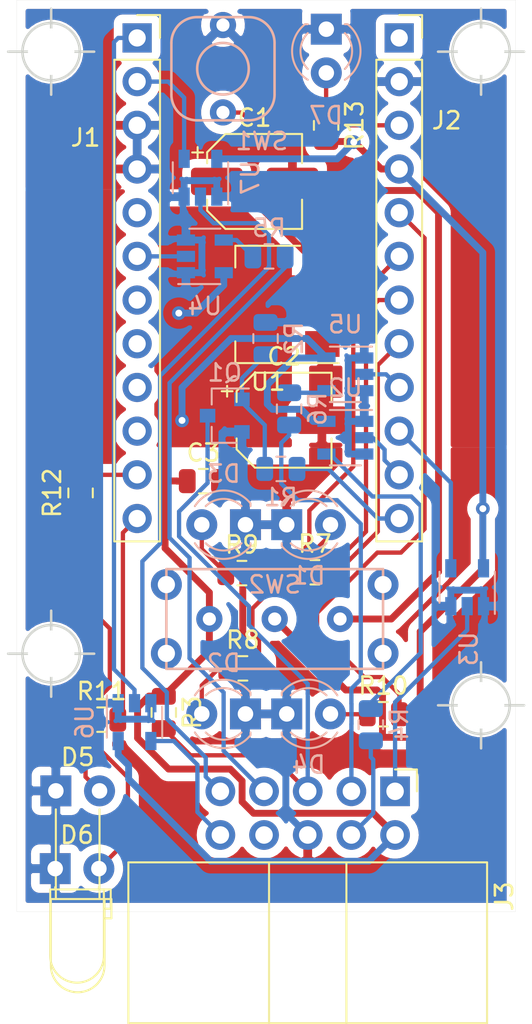
<source format=kicad_pcb>
(kicad_pcb (version 20171130) (host pcbnew 5.1.0-060a0da~80~ubuntu18.04.1)
  (layers (0 F.Cu signal) (31 B.Cu signal) (34 B.Paste user) (35 F.Paste user) (36 B.SilkS user) (37 F.SilkS user) (38 B.Mask user) (39 F.Mask user) (44 Edge.Cuts user))
  (net 0 "")
  (net 1 GND)
  (net 2 /VCC_5_P)
  (net 3 VCC_P)
  (net 4 "Net-(D1-Pad2)")
  (net 5 "Net-(D2-Pad2)")
  (net 6 "Net-(D3-Pad2)")
  (net 7 "Net-(D4-Pad2)")
  (net 8 "Net-(D5-Pad2)")
  (net 9 "Net-(D6-Pad2)")
  (net 10 "Net-(D7-Pad2)")
  (net 11 LED_TX)
  (net 12 LED_RX)
  (net 13 XTAL)
  (net 14 RX)
  (net 15 TX)
  (net 16 TRST)
  (net 17 MOSI)
  (net 18 MISO)
  (net 19 SCK)
  (net 20 LED_NOT_RDY)
  (net 21 LED_RDY)
  (net 22 LED_ERR)
  (net 23 LED_ACT)
  (net 24 VCC)
  (net 25 RST)
  (net 26 TX_P)
  (net 27 RX_P)
  (net 28 XTAL_P)
  (net 29 RST_P)
  (net 30 MOSI_P)
  (net 31 SCK_P)
  (net 32 MISO_P)
  (net 33 "Net-(Q1-Pad1)")
  (net 34 "Net-(R4-Pad2)")
  (net 35 "Net-(R5-Pad2)")
  (net 36 "Net-(R6-Pad2)")
  (module LED_THT:LED_D3.0mm_Horizontal_O6.35mm_Z6.0mm (layer F.Cu) (at 122.2733 119.974)
    (fp_text reference D5 (at 1.27 -1.96) (layer F.SilkS))
    (fp_text value LED)
    (pad 2 thru_hole circle (at 2.54 0) (size 1.8 1.8) (drill 0.9) (layers *.Cu *.Mask) (net 8 "Net-(D5-Pad2)"))
    (pad 1 thru_hole rect (at 0 0) (size 1.8 1.8) (drill 0.9) (layers *.Cu *.Mask) (net 1 GND))
  )
  (module LED_THT:LED_D3.0mm_Horizontal_O1.27mm_Z2.0mm (layer F.Cu) (at 122.2352 124.4952)
    (fp_text reference D6 (at 1.27 -1.96) (layer F.SilkS))
    (fp_text value LED)
    (pad 2 thru_hole circle (at 2.54 0) (size 1.8 1.8) (drill 0.9) (layers *.Cu *.Mask) (net 9 "Net-(D6-Pad2)"))
    (pad 1 thru_hole rect (at 0 0) (size 1.8 1.8) (drill 0.9) (layers *.Cu *.Mask) (net 1 GND))
  )
  (module pd9-2:PD9-2 (layer B.Cu) (at 135 109.982)
    (fp_text reference SW2 (at 0 -2) (layer B.SilkS) (effects (justify mirror)))
    (fp_text value PowerSelect)
    (pad "" np_thru_hole circle (at 6.3 2) (size 1.8 1.8) (drill 1) (layers *.Cu *.Mask))
    (pad "" np_thru_hole circle (at 6.3 -2) (size 1.8 1.8) (drill 1) (layers *.Cu *.Mask))
    (pad "" np_thru_hole circle (at -6.3 -2) (size 1.8 1.8) (drill 1) (layers *.Cu *.Mask))
    (pad "" np_thru_hole circle (at -6.3 2) (size 1.8 1.8) (drill 1) (layers *.Cu *.Mask))
    (pad 3 thru_hole circle (at 3.8 0) (size 1.524 1.524) (drill 0.762) (layers *.Cu *.Mask) (net 2 /VCC_5_P))
    (pad 2 thru_hole circle (at 0 0) (size 1.524 1.524) (drill 0.762) (layers *.Cu *.Mask) (net 24 VCC))
    (pad 1 thru_hole circle (at -3.8 0) (size 1.524 1.524) (drill 0.762) (layers *.Cu *.Mask) (net 3 VCC_P))
  )
  (module switch:Button_6 (layer B.Cu) (at 131.9911 77.9907 90)
    (fp_text reference SW1 (at -4.2135 2.2583 180) (layer B.SilkS) (effects (justify mirror)))
    (fp_text value Reset)
    (pad 2 thru_hole circle (at 2.54 0 90) (size 1.524 1.524) (drill 0.762) (layers *.Cu *.Mask) (net 1 GND))
    (pad 1 thru_hole circle (at -2.54 0 90) (size 1.524 1.524) (drill 0.762) (layers *.Cu *.Mask) (net 25 RST))
  )
  (module MountingHole:MountingHole_2.7mm_M2.5 (layer F.Cu) (at 147 77)
    (fp_text reference H4 (at 0.05 0.05) (layer F.SilkS))
    (fp_text value 1)
    (pad 1 np_thru_hole circle (at 0 0) (size 2.7 2.7) (drill 2.7) (layers *.Cu *.Mask))
  )
  (module MountingHole:MountingHole_2.7mm_M2.5 (layer F.Cu) (at 147 115)
    (fp_text reference H3 (at 0 0) (layer F.SilkS))
    (fp_text value 1)
    (pad 1 np_thru_hole circle (at 0 0) (size 2.7 2.7) (drill 2.7) (layers *.Cu *.Mask))
  )
  (module MountingHole:MountingHole_2.7mm_M2.5 (layer F.Cu) (at 122 112)
    (fp_text reference H2 (at 0 0.05) (layer F.SilkS))
    (fp_text value 1)
    (pad 1 np_thru_hole circle (at 0 0) (size 2.7 2.7) (drill 2.7) (layers *.Cu *.Mask))
  )
  (module MountingHole:MountingHole_2.7mm_M2.5 (layer F.Cu) (at 122 77)
    (fp_text reference H1 (at 0 0) (layer F.SilkS))
    (fp_text value 1)
    (pad 1 np_thru_hole circle (at 0 0) (size 2.7 2.7) (drill 2.7) (layers *.Cu *.Mask))
  )
  (module Connector_IDC:IDC-Header_2x05_P2.54mm_Horizontal (layer F.Cu) (at 142 120 270)
    (fp_text reference J3 (at 6.105 -6.35 270) (layer F.SilkS))
    (fp_text value ProgConn)
    (pad 10 thru_hole oval (at 2.54 10.16 270) (size 1.7272 1.7272) (drill 1.016) (layers *.Cu *.Mask) (net 26 TX_P))
    (pad 9 thru_hole oval (at 0 10.16 270) (size 1.7272 1.7272) (drill 1.016) (layers *.Cu *.Mask) (net 27 RX_P))
    (pad 8 thru_hole oval (at 2.54 7.62 270) (size 1.7272 1.7272) (drill 1.016) (layers *.Cu *.Mask))
    (pad 7 thru_hole oval (at 0 7.62 270) (size 1.7272 1.7272) (drill 1.016) (layers *.Cu *.Mask) (net 28 XTAL_P))
    (pad 6 thru_hole oval (at 2.54 5.08 270) (size 1.7272 1.7272) (drill 1.016) (layers *.Cu *.Mask) (net 1 GND))
    (pad 5 thru_hole oval (at 0 5.08 270) (size 1.7272 1.7272) (drill 1.016) (layers *.Cu *.Mask) (net 29 RST_P))
    (pad 4 thru_hole oval (at 2.54 2.54 270) (size 1.7272 1.7272) (drill 1.016) (layers *.Cu *.Mask) (net 30 MOSI_P))
    (pad 3 thru_hole oval (at 0 2.54 270) (size 1.7272 1.7272) (drill 1.016) (layers *.Cu *.Mask) (net 31 SCK_P))
    (pad 2 thru_hole oval (at 2.54 0 270) (size 1.7272 1.7272) (drill 1.016) (layers *.Cu *.Mask) (net 3 VCC_P))
    (pad 1 thru_hole rect (at 0 0 270) (size 1.7272 1.7272) (drill 1.016) (layers *.Cu *.Mask) (net 32 MISO_P))
  )
  (module Connector_PinSocket_2.54mm:PinSocket_1x12_P2.54mm_Vertical (layer F.Cu) (at 142.24 76.2)
    (fp_text reference J2 (at 2.76 4.8) (layer F.SilkS))
    (fp_text value ProMicro_R)
    (pad 12 thru_hole oval (at 0 27.94) (size 1.7 1.7) (drill 1) (layers *.Cu *.Mask) (net 16 TRST))
    (pad 11 thru_hole oval (at 0 25.4) (size 1.7 1.7) (drill 1) (layers *.Cu *.Mask) (net 17 MOSI))
    (pad 10 thru_hole oval (at 0 22.86) (size 1.7 1.7) (drill 1) (layers *.Cu *.Mask) (net 18 MISO))
    (pad 9 thru_hole oval (at 0 20.32) (size 1.7 1.7) (drill 1) (layers *.Cu *.Mask) (net 19 SCK))
    (pad 8 thru_hole oval (at 0 17.78) (size 1.7 1.7) (drill 1) (layers *.Cu *.Mask) (net 20 LED_NOT_RDY))
    (pad 7 thru_hole oval (at 0 15.24) (size 1.7 1.7) (drill 1) (layers *.Cu *.Mask) (net 21 LED_RDY))
    (pad 6 thru_hole oval (at 0 12.7) (size 1.7 1.7) (drill 1) (layers *.Cu *.Mask) (net 22 LED_ERR))
    (pad 5 thru_hole oval (at 0 10.16) (size 1.7 1.7) (drill 1) (layers *.Cu *.Mask) (net 23 LED_ACT))
    (pad 4 thru_hole oval (at 0 7.62) (size 1.7 1.7) (drill 1) (layers *.Cu *.Mask) (net 24 VCC))
    (pad 3 thru_hole oval (at 0 5.08) (size 1.7 1.7) (drill 1) (layers *.Cu *.Mask) (net 25 RST))
    (pad 2 thru_hole oval (at 0 2.54) (size 1.7 1.7) (drill 1) (layers *.Cu *.Mask) (net 1 GND))
    (pad 1 thru_hole rect (at 0 0) (size 1.7 1.7) (drill 1) (layers *.Cu *.Mask))
  )
  (module Connector_PinSocket_2.54mm:PinSocket_1x12_P2.54mm_Vertical (layer F.Cu) (at 127 76.2)
    (fp_text reference J1 (at -3 5.8) (layer F.SilkS))
    (fp_text value ProMicro_L)
    (pad 12 thru_hole oval (at 0 27.94) (size 1.7 1.7) (drill 1) (layers *.Cu *.Mask) (net 12 LED_RX))
    (pad 11 thru_hole oval (at 0 25.4) (size 1.7 1.7) (drill 1) (layers *.Cu *.Mask) (net 11 LED_TX))
    (pad 10 thru_hole oval (at 0 22.86) (size 1.7 1.7) (drill 1) (layers *.Cu *.Mask))
    (pad 9 thru_hole oval (at 0 20.32) (size 1.7 1.7) (drill 1) (layers *.Cu *.Mask))
    (pad 8 thru_hole oval (at 0 17.78) (size 1.7 1.7) (drill 1) (layers *.Cu *.Mask))
    (pad 7 thru_hole oval (at 0 15.24) (size 1.7 1.7) (drill 1) (layers *.Cu *.Mask))
    (pad 6 thru_hole oval (at 0 12.7) (size 1.7 1.7) (drill 1) (layers *.Cu *.Mask) (net 13 XTAL))
    (pad 5 thru_hole oval (at 0 10.16) (size 1.7 1.7) (drill 1) (layers *.Cu *.Mask))
    (pad 4 thru_hole oval (at 0 7.62) (size 1.7 1.7) (drill 1) (layers *.Cu *.Mask) (net 1 GND))
    (pad 3 thru_hole oval (at 0 5.08) (size 1.7 1.7) (drill 1) (layers *.Cu *.Mask) (net 1 GND))
    (pad 2 thru_hole oval (at 0 2.54) (size 1.7 1.7) (drill 1) (layers *.Cu *.Mask) (net 14 RX))
    (pad 1 thru_hole rect (at 0 0) (size 1.7 1.7) (drill 1) (layers *.Cu *.Mask) (net 15 TX))
  )
  (module Capacitor_SMD:CP_Elec_5x5.9 (layer F.Cu) (at 135.5442 98.425)
    (fp_text reference C2 (at 0 -3.7) (layer F.SilkS))
    (fp_text value 100uF)
    (pad 2 smd roundrect (at 2.2 0) (size 3 1.6) (layers F.Cu F.Paste F.Mask) (roundrect_rratio 0.15625) (net 1 GND))
    (pad 1 smd roundrect (at -2.2 0) (size 3 1.6) (layers F.Cu F.Paste F.Mask) (roundrect_rratio 0.15625) (net 3 VCC_P))
  )
  (module Capacitor_SMD:CP_Elec_5x5.9 (layer F.Cu) (at 133.8297 84.5439)
    (fp_text reference C1 (at 0 -3.7) (layer F.SilkS))
    (fp_text value 10uF)
    (pad 2 smd roundrect (at 2.2 0) (size 3 1.6) (layers F.Cu F.Paste F.Mask) (roundrect_rratio 0.15625) (net 1 GND))
    (pad 1 smd roundrect (at -2.2 0) (size 3 1.6) (layers F.Cu F.Paste F.Mask) (roundrect_rratio 0.15625) (net 2 /VCC_5_P))
  )
  (module Package_TO_SOT_SMD:SOT-223-3_TabPin2 (layer F.Cu) (at 134.62 91.694 180)
    (fp_text reference U1 (at 0 -4.5 180) (layer F.SilkS))
    (fp_text value LM1117-3.3)
    (pad 1 smd rect (at -3.15 -2.3 180) (size 2 1.5) (layers F.Cu F.Paste F.Mask) (net 1 GND))
    (pad 3 smd rect (at -3.15 2.3 180) (size 2 1.5) (layers F.Cu F.Paste F.Mask) (net 2 /VCC_5_P))
    (pad 2 smd rect (at -3.15 0 180) (size 2 1.5) (layers F.Cu F.Paste F.Mask) (net 3 VCC_P))
    (pad 2 smd rect (at 3.15 0 180) (size 2 3.8) (layers F.Cu F.Paste F.Mask) (net 3 VCC_P))
  )
  (module Package_TO_SOT_SMD:SOT-23-5 (layer B.Cu) (at 130.683 84.328 90)
    (fp_text reference U7 (at 0 2.9 90) (layer B.SilkS) (effects (justify mirror)))
    (fp_text value MC74VHC1GT125)
    (pad 5 smd rect (at 1.1 0.95 90) (size 1.06 0.65) (layers B.Cu B.Paste B.Mask) (net 24 VCC))
    (pad 4 smd rect (at 1.1 -0.95 90) (size 1.06 0.65) (layers B.Cu B.Paste B.Mask) (net 14 RX))
    (pad 3 smd rect (at -1.1 -0.95 90) (size 1.06 0.65) (layers B.Cu B.Paste B.Mask) (net 1 GND))
    (pad 2 smd rect (at -1.1 0 90) (size 1.06 0.65) (layers B.Cu B.Paste B.Mask) (net 27 RX_P))
    (pad 1 smd rect (at -1.1 0.95 90) (size 1.06 0.65) (layers B.Cu B.Paste B.Mask) (net 1 GND))
  )
  (module Package_TO_SOT_SMD:SOT-23-5 (layer B.Cu) (at 126.8476 115.9764 270)
    (fp_text reference U6 (at 0 2.9 270) (layer B.SilkS) (effects (justify mirror)))
    (fp_text value MC74VHC1GT125)
    (pad 5 smd rect (at 1.1 0.95 270) (size 1.06 0.65) (layers B.Cu B.Paste B.Mask) (net 3 VCC_P))
    (pad 4 smd rect (at 1.1 -0.95 270) (size 1.06 0.65) (layers B.Cu B.Paste B.Mask) (net 26 TX_P))
    (pad 3 smd rect (at -1.1 -0.95 270) (size 1.06 0.65) (layers B.Cu B.Paste B.Mask) (net 1 GND))
    (pad 2 smd rect (at -1.1 0 270) (size 1.06 0.65) (layers B.Cu B.Paste B.Mask) (net 15 TX))
    (pad 1 smd rect (at -1.1 0.95 270) (size 1.06 0.65) (layers B.Cu B.Paste B.Mask) (net 1 GND))
  )
  (module Package_TO_SOT_SMD:SOT-23-5 (layer B.Cu) (at 139.108 95.758 180)
    (fp_text reference U5 (at 0 2.9 180) (layer B.SilkS) (effects (justify mirror)))
    (fp_text value MC74VHC1GT125)
    (pad 5 smd rect (at 1.1 0.95 180) (size 1.06 0.65) (layers B.Cu B.Paste B.Mask) (net 3 VCC_P))
    (pad 4 smd rect (at 1.1 -0.95 180) (size 1.06 0.65) (layers B.Cu B.Paste B.Mask) (net 36 "Net-(R6-Pad2)"))
    (pad 3 smd rect (at -1.1 -0.95 180) (size 1.06 0.65) (layers B.Cu B.Paste B.Mask) (net 1 GND))
    (pad 2 smd rect (at -1.1 0 180) (size 1.06 0.65) (layers B.Cu B.Paste B.Mask) (net 19 SCK))
    (pad 1 smd rect (at -1.1 0.95 180) (size 1.06 0.65) (layers B.Cu B.Paste B.Mask) (net 1 GND))
  )
  (module Package_TO_SOT_SMD:SOT-23-5 (layer B.Cu) (at 130.937 88.9)
    (fp_text reference U4 (at 0 2.9) (layer B.SilkS) (effects (justify mirror)))
    (fp_text value MC74VHC1GT125)
    (pad 5 smd rect (at 1.1 0.95) (size 1.06 0.65) (layers B.Cu B.Paste B.Mask) (net 3 VCC_P))
    (pad 4 smd rect (at 1.1 -0.95) (size 1.06 0.65) (layers B.Cu B.Paste B.Mask) (net 35 "Net-(R5-Pad2)"))
    (pad 3 smd rect (at -1.1 -0.95) (size 1.06 0.65) (layers B.Cu B.Paste B.Mask) (net 1 GND))
    (pad 2 smd rect (at -1.1 0) (size 1.06 0.65) (layers B.Cu B.Paste B.Mask) (net 13 XTAL))
    (pad 1 smd rect (at -1.1 0.95) (size 1.06 0.65) (layers B.Cu B.Paste B.Mask) (net 1 GND))
  )
  (module Package_TO_SOT_SMD:SOT-23-5 (layer B.Cu) (at 146.1922 108.1356 90)
    (fp_text reference U3 (at -3.5834 0.0968 90) (layer B.SilkS) (effects (justify mirror)))
    (fp_text value MC74VHC1GT125)
    (pad 5 smd rect (at 1.1 0.95 90) (size 1.06 0.65) (layers B.Cu B.Paste B.Mask) (net 24 VCC))
    (pad 4 smd rect (at 1.1 -0.95 90) (size 1.06 0.65) (layers B.Cu B.Paste B.Mask) (net 18 MISO))
    (pad 3 smd rect (at -1.1 -0.95 90) (size 1.06 0.65) (layers B.Cu B.Paste B.Mask) (net 1 GND))
    (pad 2 smd rect (at -1.1 0 90) (size 1.06 0.65) (layers B.Cu B.Paste B.Mask) (net 32 MISO_P))
    (pad 1 smd rect (at -1.1 0.95 90) (size 1.06 0.65) (layers B.Cu B.Paste B.Mask) (net 1 GND))
  )
  (module Package_TO_SOT_SMD:SOT-23-5 (layer B.Cu) (at 139.108 99.441 180)
    (fp_text reference U2 (at 0 2.9 180) (layer B.SilkS) (effects (justify mirror)))
    (fp_text value MC74VHC1GT125)
    (pad 5 smd rect (at 1.1 0.95 180) (size 1.06 0.65) (layers B.Cu B.Paste B.Mask) (net 3 VCC_P))
    (pad 4 smd rect (at 1.1 -0.95 180) (size 1.06 0.65) (layers B.Cu B.Paste B.Mask) (net 34 "Net-(R4-Pad2)"))
    (pad 3 smd rect (at -1.1 -0.95 180) (size 1.06 0.65) (layers B.Cu B.Paste B.Mask) (net 1 GND))
    (pad 2 smd rect (at -1.1 0 180) (size 1.06 0.65) (layers B.Cu B.Paste B.Mask) (net 17 MOSI))
    (pad 1 smd rect (at -1.1 0.95 180) (size 1.06 0.65) (layers B.Cu B.Paste B.Mask) (net 1 GND))
  )
  (module Resistor_SMD:R_0805_2012Metric (layer F.Cu) (at 137.99058 81.28532 270)
    (fp_text reference R13 (at 0 -1.65 270) (layer F.SilkS))
    (fp_text value 330)
    (pad 2 smd roundrect (at 0.9375 0 270) (size 0.975 1.4) (layers F.Cu F.Paste F.Mask) (net 24 VCC))
    (pad 1 smd roundrect (at -0.9375 0 270) (size 0.975 1.4) (layers F.Cu F.Paste F.Mask) (net 10 "Net-(D7-Pad2)"))
  )
  (module Resistor_SMD:R_0805_2012Metric (layer F.Cu) (at 123.7107 102.6518 90)
    (fp_text reference R12 (at 0 -1.65 90) (layer F.SilkS))
    (fp_text value 330)
    (pad 2 smd roundrect (at 0.9375 0 90) (size 0.975 1.4) (layers F.Cu F.Paste F.Mask) (net 11 LED_TX))
    (pad 1 smd roundrect (at -0.9375 0 90) (size 0.975 1.4) (layers F.Cu F.Paste F.Mask) (net 9 "Net-(D6-Pad2)"))
  )
  (module Resistor_SMD:R_0805_2012Metric (layer F.Cu) (at 124.938 115.8338)
    (fp_text reference R11 (at 0 -1.65) (layer F.SilkS))
    (fp_text value 330)
    (pad 2 smd roundrect (at 0.9375 0) (size 0.975 1.4) (layers F.Cu F.Paste F.Mask) (net 12 LED_RX))
    (pad 1 smd roundrect (at -0.9375 0) (size 0.975 1.4) (layers F.Cu F.Paste F.Mask) (net 8 "Net-(D5-Pad2)"))
  )
  (module Resistor_SMD:R_0805_2012Metric (layer F.Cu) (at 141.31822 115.5192)
    (fp_text reference R10 (at 0 -1.65) (layer F.SilkS))
    (fp_text value 330)
    (pad 2 smd roundrect (at 0.9375 0) (size 0.975 1.4) (layers F.Cu F.Paste F.Mask) (net 23 LED_ACT))
    (pad 1 smd roundrect (at -0.9375 0) (size 0.975 1.4) (layers F.Cu F.Paste F.Mask) (net 7 "Net-(D4-Pad2)"))
  )
  (module Resistor_SMD:R_0805_2012Metric (layer F.Cu) (at 133.0937 107.315)
    (fp_text reference R9 (at 0 -1.65) (layer F.SilkS))
    (fp_text value 330)
    (pad 2 smd roundrect (at 0.9375 0) (size 0.975 1.4) (layers F.Cu F.Paste F.Mask) (net 22 LED_ERR))
    (pad 1 smd roundrect (at -0.9375 0) (size 0.975 1.4) (layers F.Cu F.Paste F.Mask) (net 6 "Net-(D3-Pad2)"))
  )
  (module Resistor_SMD:R_0805_2012Metric (layer F.Cu) (at 133.1491 112.8522)
    (fp_text reference R8 (at 0 -1.65) (layer F.SilkS))
    (fp_text value 330)
    (pad 2 smd roundrect (at 0.9375 0) (size 0.975 1.4) (layers F.Cu F.Paste F.Mask) (net 21 LED_RDY))
    (pad 1 smd roundrect (at -0.9375 0) (size 0.975 1.4) (layers F.Cu F.Paste F.Mask) (net 5 "Net-(D2-Pad2)"))
  )
  (module Resistor_SMD:R_0805_2012Metric (layer F.Cu) (at 137.3401 107.2642)
    (fp_text reference R7 (at 0 -1.65) (layer F.SilkS))
    (fp_text value 330)
    (pad 2 smd roundrect (at 0.9375 0) (size 0.975 1.4) (layers F.Cu F.Paste F.Mask) (net 20 LED_NOT_RDY))
    (pad 1 smd roundrect (at -0.9375 0) (size 0.975 1.4) (layers F.Cu F.Paste F.Mask) (net 4 "Net-(D1-Pad2)"))
  )
  (module Resistor_SMD:R_0805_2012Metric (layer B.Cu) (at 135.8392 97.7669 90)
    (fp_text reference R6 (at 0 1.65 90) (layer B.SilkS) (effects (justify mirror)))
    (fp_text value 220)
    (pad 2 smd roundrect (at 0.9375 0 90) (size 0.975 1.4) (layers B.Cu B.Paste B.Mask) (net 36 "Net-(R6-Pad2)"))
    (pad 1 smd roundrect (at -0.9375 0 90) (size 0.975 1.4) (layers B.Cu B.Paste B.Mask) (net 31 SCK_P))
  )
  (module Resistor_SMD:R_0805_2012Metric (layer B.Cu) (at 134.6685 88.9 180)
    (fp_text reference R5 (at 0 1.65 180) (layer B.SilkS) (effects (justify mirror)))
    (fp_text value 220)
    (pad 2 smd roundrect (at 0.9375 0 180) (size 0.975 1.4) (layers B.Cu B.Paste B.Mask) (net 35 "Net-(R5-Pad2)"))
    (pad 1 smd roundrect (at -0.9375 0 180) (size 0.975 1.4) (layers B.Cu B.Paste B.Mask) (net 28 XTAL_P))
  )
  (module Resistor_SMD:R_0805_2012Metric (layer B.Cu) (at 140.589 116.1265 90)
    (fp_text reference R4 (at 0 1.65 90) (layer B.SilkS) (effects (justify mirror)))
    (fp_text value 220)
    (pad 2 smd roundrect (at 0.9375 0 90) (size 0.975 1.4) (layers B.Cu B.Paste B.Mask) (net 34 "Net-(R4-Pad2)"))
    (pad 1 smd roundrect (at -0.9375 0 90) (size 0.975 1.4) (layers B.Cu B.Paste B.Mask) (net 30 MOSI_P))
  )
  (module Resistor_SMD:R_0805_2012Metric (layer F.Cu) (at 128.5494 115.4153 270)
    (fp_text reference R3 (at 0 -1.65 270) (layer F.SilkS))
    (fp_text value 10k)
    (pad 2 smd roundrect (at 0.9375 0 270) (size 0.975 1.4) (layers F.Cu F.Paste F.Mask) (net 29 RST_P))
    (pad 1 smd roundrect (at -0.9375 0 270) (size 0.975 1.4) (layers F.Cu F.Paste F.Mask) (net 3 VCC_P))
  )
  (module Resistor_SMD:R_0805_2012Metric (layer B.Cu) (at 134.4676 93.6775 90)
    (fp_text reference R2 (at 0 1.65 90) (layer B.SilkS) (effects (justify mirror)))
    (fp_text value 10k)
    (pad 2 smd roundrect (at 0.9375 0 90) (size 0.975 1.4) (layers B.Cu B.Paste B.Mask) (net 1 GND))
    (pad 1 smd roundrect (at -0.9375 0 90) (size 0.975 1.4) (layers B.Cu B.Paste B.Mask) (net 33 "Net-(Q1-Pad1)"))
  )
  (module Resistor_SMD:R_0805_2012Metric (layer B.Cu) (at 135.3589 101.2571)
    (fp_text reference R1 (at 0 1.65) (layer B.SilkS) (effects (justify mirror)))
    (fp_text value 100)
    (pad 2 smd roundrect (at 0.9375 0) (size 0.975 1.4) (layers B.Cu B.Paste B.Mask) (net 16 TRST))
    (pad 1 smd roundrect (at -0.9375 0) (size 0.975 1.4) (layers B.Cu B.Paste B.Mask) (net 33 "Net-(Q1-Pad1)"))
  )
  (module Package_TO_SOT_SMD:SOT-23 (layer B.Cu) (at 132.096 98.1608 180)
    (fp_text reference Q1 (at 0 2.5 180) (layer B.SilkS) (effects (justify mirror)))
    (fp_text value BSS138)
    (pad 3 smd rect (at 1 0 180) (size 0.9 0.8) (layers B.Cu B.Paste B.Mask) (net 29 RST_P))
    (pad 2 smd rect (at -1 -0.95 180) (size 0.9 0.8) (layers B.Cu B.Paste B.Mask) (net 1 GND))
    (pad 1 smd rect (at -1 0.95 180) (size 0.9 0.8) (layers B.Cu B.Paste B.Mask) (net 33 "Net-(Q1-Pad1)"))
  )
  (module LED_THT:LED_D3.0mm (layer B.Cu) (at 138 75.692 270)
    (fp_text reference D7 (at 5.0136 0.0168) (layer B.SilkS) (effects (justify mirror)))
    (fp_text value LED)
    (pad 2 thru_hole circle (at 2.54 0 270) (size 1.8 1.8) (drill 0.9) (layers *.Cu *.Mask) (net 10 "Net-(D7-Pad2)"))
    (pad 1 thru_hole rect (at 0 0 270) (size 1.8 1.8) (drill 0.9) (layers *.Cu *.Mask) (net 1 GND))
  )
  (module LED_THT:LED_D3.0mm (layer B.Cu) (at 135.7 115.5)
    (fp_text reference D4 (at 1.27 2.96) (layer B.SilkS) (effects (justify mirror)))
    (fp_text value LED)
    (pad 2 thru_hole circle (at 2.54 0) (size 1.8 1.8) (drill 0.9) (layers *.Cu *.Mask) (net 7 "Net-(D4-Pad2)"))
    (pad 1 thru_hole rect (at 0 0) (size 1.8 1.8) (drill 0.9) (layers *.Cu *.Mask) (net 1 GND))
  )
  (module LED_THT:LED_D3.0mm (layer B.Cu) (at 133.3 104.5 180)
    (fp_text reference D3 (at 1.27 2.96 180) (layer B.SilkS) (effects (justify mirror)))
    (fp_text value LED)
    (pad 2 thru_hole circle (at 2.54 0 180) (size 1.8 1.8) (drill 0.9) (layers *.Cu *.Mask) (net 6 "Net-(D3-Pad2)"))
    (pad 1 thru_hole rect (at 0 0 180) (size 1.8 1.8) (drill 0.9) (layers *.Cu *.Mask) (net 1 GND))
  )
  (module LED_THT:LED_D3.0mm (layer B.Cu) (at 133.3 115.5 180)
    (fp_text reference D2 (at 1.27 2.96 180) (layer B.SilkS) (effects (justify mirror)))
    (fp_text value LED)
    (pad 2 thru_hole circle (at 2.54 0 180) (size 1.8 1.8) (drill 0.9) (layers *.Cu *.Mask) (net 5 "Net-(D2-Pad2)"))
    (pad 1 thru_hole rect (at 0 0 180) (size 1.8 1.8) (drill 0.9) (layers *.Cu *.Mask) (net 1 GND))
  )
  (module LED_THT:LED_D3.0mm (layer B.Cu) (at 135.7 104.5)
    (fp_text reference D1 (at 1.27 2.96) (layer B.SilkS) (effects (justify mirror)))
    (fp_text value LED)
    (pad 2 thru_hole circle (at 2.54 0) (size 1.8 1.8) (drill 0.9) (layers *.Cu *.Mask) (net 4 "Net-(D1-Pad2)"))
    (pad 1 thru_hole rect (at 0 0) (size 1.8 1.8) (drill 0.9) (layers *.Cu *.Mask) (net 1 GND))
  )
  (module Capacitor_SMD:C_0805_2012Metric (layer F.Cu) (at 130.8504 101.9683)
    (fp_text reference C3 (at 0 -1.65) (layer F.SilkS))
    (fp_text value 100n)
    (pad 2 smd roundrect (at 0.9375 0) (size 0.975 1.4) (layers F.Cu F.Paste F.Mask) (net 1 GND))
    (pad 1 smd roundrect (at -0.9375 0) (size 0.975 1.4) (layers F.Cu F.Paste F.Mask) (net 3 VCC_P))
  )
  (gr_line (start 120 127) (end 120 74) (layer Edge.Cuts) (width 0.01))
  (gr_line (start 149 127) (end 120 127) (layer Edge.Cuts) (width 0.01))
  (gr_line (start 149 74) (end 149 127) (layer Edge.Cuts) (width 0.01))
  (gr_line (start 120 74) (end 149 74) (layer Edge.Cuts) (width 0.01))
  (target plus (at 122 112) (size 5) (width 0.15) (layer Edge.Cuts))
  (target plus (at 147 115) (size 5) (width 0.15) (layer Edge.Cuts))
  (target plus (at 147 77) (size 5) (width 0.15) (layer Edge.Cuts))
  (target plus (at 122 77) (size 5) (width 0.15) (layer Edge.Cuts))
  (segment (start 131.633 84.498) (end 131.633 85.428) (width 0.4) (layer B.Cu) (net 1))
  (segment (start 129.756 84.498) (end 131.633 84.498) (width 0.4) (layer B.Cu) (net 1))
  (segment (start 129.733 85.428) (end 129.733 84.521) (width 0.4) (layer B.Cu) (net 1))
  (segment (start 129.733 84.521) (end 129.756 84.498) (width 0.4) (layer B.Cu) (net 1))
  (segment (start 130.767 89.85) (end 129.837 89.85) (width 0.4) (layer B.Cu) (net 1))
  (segment (start 130.767001 87.950001) (end 130.767 89.85) (width 0.4) (layer B.Cu) (net 1))
  (segment (start 129.837 87.95) (end 130.767001 87.950001) (width 0.4) (layer B.Cu) (net 1))
  (segment (start 127.7976 115.8064) (end 127.7976 114.8764) (width 0.4) (layer B.Cu) (net 1))
  (segment (start 125.897601 115.806401) (end 127.7976 115.8064) (width 0.4) (layer B.Cu) (net 1))
  (segment (start 125.8976 114.8764) (end 125.897601 115.806401) (width 0.4) (layer B.Cu) (net 1))
  (segment (start 139.278 98.491) (end 140.208 98.491) (width 0.4) (layer B.Cu) (net 1))
  (segment (start 140.208 100.391) (end 139.28348 100.391) (width 0.4) (layer B.Cu) (net 1))
  (segment (start 139.28348 100.391) (end 139.278 100.38552) (width 0.4) (layer B.Cu) (net 1))
  (segment (start 138.198 94.422) (end 137.77 93.994) (width 0.4) (layer F.Cu) (net 1))
  (segment (start 138.198 95.9392) (end 138.198 94.422) (width 0.4) (layer F.Cu) (net 1))
  (segment (start 138.198 97.79) (end 138.198 95.9392) (width 0.4) (layer F.Cu) (net 1))
  (segment (start 139.277999 94.808001) (end 139.278 96.708) (width 0.4) (layer B.Cu) (net 1))
  (segment (start 139.278 96.708) (end 140.208 96.708) (width 0.4) (layer B.Cu) (net 1))
  (segment (start 140.208 94.808) (end 139.277999 94.808001) (width 0.4) (layer B.Cu) (net 1))
  (segment (start 139.278 99.3238) (end 139.278 98.491) (width 0.4) (layer B.Cu) (net 1))
  (segment (start 139.278 100.38552) (end 139.278 99.3238) (width 0.4) (layer B.Cu) (net 1))
  (segment (start 137.7696 98.4504) (end 137.7442 98.425) (width 0.4) (layer F.Cu) (net 1))
  (segment (start 137.7696 101.1682) (end 137.7696 98.4504) (width 0.4) (layer F.Cu) (net 1))
  (segment (start 137.5664 101.3714) (end 137.7696 101.1682) (width 0.4) (layer F.Cu) (net 1))
  (segment (start 131.7879 101.9683) (end 132.3848 101.3714) (width 0.4) (layer F.Cu) (net 1))
  (segment (start 133.0198 101.3714) (end 137.5664 101.3714) (width 0.4) (layer F.Cu) (net 1))
  (segment (start 132.3848 101.3714) (end 133.0198 101.3714) (width 0.4) (layer F.Cu) (net 1))
  (segment (start 139.278 96.708) (end 139.278 98.491) (width 0.4) (layer B.Cu) (net 1))
  (segment (start 133.3 114.2) (end 133.3 115.5) (width 0.4) (layer F.Cu) (net 1))
  (segment (start 133.14369 114.04369) (end 133.3 114.2) (width 0.4) (layer F.Cu) (net 1))
  (segment (start 133.14369 106.04811) (end 133.14369 114.04369) (width 0.4) (layer F.Cu) (net 1))
  (segment (start 133.3 104.5) (end 133.3 105.8918) (width 0.4) (layer F.Cu) (net 1))
  (segment (start 133.3 105.8918) (end 133.14369 106.04811) (width 0.4) (layer F.Cu) (net 1))
  (segment (start 147.1422 108.3056) (end 147.1422 109.2356) (width 0.4) (layer B.Cu) (net 1))
  (segment (start 145.2422 109.2356) (end 145.2422 108.2979) (width 0.4) (layer B.Cu) (net 1))
  (segment (start 145.2499 108.3056) (end 147.1422 108.3056) (width 0.4) (layer B.Cu) (net 1))
  (segment (start 145.2422 108.2979) (end 145.2499 108.3056) (width 0.4) (layer B.Cu) (net 1))
  (segment (start 136.070001 121.690001) (end 136.92 122.54) (width 0.4) (layer B.Cu) (net 1))
  (segment (start 135.6487 121.2687) (end 136.070001 121.690001) (width 0.4) (layer B.Cu) (net 1))
  (segment (start 135.7 115.5) (end 135.6487 115.5513) (width 0.4) (layer B.Cu) (net 1))
  (segment (start 135.6487 115.5513) (end 135.6487 121.2687) (width 0.4) (layer B.Cu) (net 1))
  (segment (start 132.6699 84.5439) (end 131.6297 84.5439) (width 0.4) (layer F.Cu) (net 2))
  (segment (start 137.52 89.394) (end 132.6699 84.5439) (width 0.4) (layer F.Cu) (net 2))
  (segment (start 137.77 89.394) (end 137.52 89.394) (width 0.4) (layer F.Cu) (net 2))
  (segment (start 139.87763 109.982) (end 138.8 109.982) (width 0.4) (layer F.Cu) (net 2))
  (segment (start 141.7828 109.982) (end 139.87763 109.982) (width 0.4) (layer F.Cu) (net 2))
  (segment (start 137.77 88.244) (end 140.943999 85.070001) (width 0.4) (layer F.Cu) (net 2))
  (segment (start 137.77 89.394) (end 137.77 88.244) (width 0.4) (layer F.Cu) (net 2))
  (segment (start 143.236001 85.070001) (end 144.526 86.36) (width 0.4) (layer F.Cu) (net 2))
  (segment (start 144.526 86.36) (end 144.526 107.2388) (width 0.4) (layer F.Cu) (net 2))
  (segment (start 140.943999 85.070001) (end 143.236001 85.070001) (width 0.4) (layer F.Cu) (net 2))
  (segment (start 144.526 107.2388) (end 141.7828 109.982) (width 0.4) (layer F.Cu) (net 2))
  (segment (start 137.77 91.694) (end 131.47 91.694) (width 0.4) (layer F.Cu) (net 3))
  (segment (start 132.037 90.575) (end 130.41254 92.19946) (width 0.4) (layer B.Cu) (net 3))
  (segment (start 132.037 89.85) (end 132.037 90.575) (width 0.4) (layer B.Cu) (net 3))
  (via (at 129.42316 92.19946) (size 0.8) (drill 0.4) (layers F.Cu B.Cu) (net 3))
  (segment (start 130.41254 92.19946) (end 129.42316 92.19946) (width 0.4) (layer B.Cu) (net 3))
  (segment (start 130.96454 92.19946) (end 131.47 91.694) (width 0.4) (layer F.Cu) (net 3))
  (segment (start 129.42316 92.19946) (end 130.96454 92.19946) (width 0.4) (layer F.Cu) (net 3))
  (segment (start 129.622819 98.425) (end 129.610121 98.437698) (width 0.4) (layer F.Cu) (net 3))
  (segment (start 133.3442 98.425) (end 129.622819 98.425) (width 0.4) (layer F.Cu) (net 3))
  (segment (start 128.6256 99.422219) (end 129.610121 98.437698) (width 0.4) (layer F.Cu) (net 3))
  (segment (start 131.2 110.082) (end 131.2 108.4416) (width 0.4) (layer F.Cu) (net 3))
  (segment (start 131.2 108.4416) (end 128.6256 105.8672) (width 0.4) (layer F.Cu) (net 3))
  (segment (start 129.3254 101.9683) (end 129.3127 101.9556) (width 0.4) (layer F.Cu) (net 3))
  (segment (start 129.3127 101.9556) (end 128.6256 101.9556) (width 0.4) (layer F.Cu) (net 3))
  (segment (start 129.9129 101.9683) (end 129.3254 101.9683) (width 0.4) (layer F.Cu) (net 3))
  (segment (start 128.6256 105.8672) (end 128.6256 101.9556) (width 0.4) (layer F.Cu) (net 3))
  (segment (start 128.6256 101.9556) (end 128.6256 99.422219) (width 0.4) (layer F.Cu) (net 3))
  (segment (start 129.42316 98.250737) (end 129.610121 98.437698) (width 0.4) (layer F.Cu) (net 3))
  (segment (start 129.42316 92.19946) (end 129.42316 98.250737) (width 0.4) (layer F.Cu) (net 3))
  (via (at 129.610121 98.437698) (size 0.8) (drill 0.4) (layers F.Cu B.Cu) (net 3))
  (segment (start 129.610121 97.872013) (end 129.610121 98.437698) (width 0.4) (layer B.Cu) (net 3))
  (segment (start 132.461 93.6752) (end 129.610121 96.526079) (width 0.4) (layer B.Cu) (net 3))
  (segment (start 136.8752 93.6752) (end 132.461 93.6752) (width 0.4) (layer B.Cu) (net 3))
  (segment (start 129.610121 96.526079) (end 129.610121 97.872013) (width 0.4) (layer B.Cu) (net 3))
  (segment (start 138.008 94.808) (end 136.8752 93.6752) (width 0.4) (layer B.Cu) (net 3))
  (segment (start 131.2 111.8272) (end 131.2 110.082) (width 0.4) (layer F.Cu) (net 3))
  (segment (start 128.5494 114.4778) (end 131.2 111.8272) (width 0.4) (layer F.Cu) (net 3))
  (segment (start 137.078 94.808) (end 138.008 94.808) (width 0.4) (layer B.Cu) (net 3))
  (segment (start 136.1288 94.808) (end 137.078 94.808) (width 0.4) (layer B.Cu) (net 3))
  (segment (start 138.008 98.491) (end 137.236216 98.491) (width 0.4) (layer B.Cu) (net 3))
  (segment (start 134.5692 96.3676) (end 136.1288 94.808) (width 0.4) (layer B.Cu) (net 3))
  (segment (start 137.236216 98.491) (end 136.535216 97.79) (width 0.4) (layer B.Cu) (net 3))
  (segment (start 136.535216 97.79) (end 134.874 97.79) (width 0.4) (layer B.Cu) (net 3))
  (segment (start 134.874 97.79) (end 134.5692 97.4852) (width 0.4) (layer B.Cu) (net 3))
  (segment (start 134.5692 97.4852) (end 134.5692 96.3676) (width 0.4) (layer B.Cu) (net 3))
  (segment (start 141.136401 123.403599) (end 142 122.54) (width 0.4) (layer B.Cu) (net 3))
  (segment (start 125.8976 117.8839) (end 126.5047 118.491) (width 0.4) (layer B.Cu) (net 3))
  (segment (start 125.8976 117.0764) (end 125.8976 117.8839) (width 0.4) (layer B.Cu) (net 3))
  (segment (start 126.5047 118.491) (end 126.5047 119.2911) (width 0.4) (layer B.Cu) (net 3))
  (segment (start 126.5047 119.2911) (end 131.2799 124.0663) (width 0.4) (layer B.Cu) (net 3))
  (segment (start 131.2799 124.0663) (end 140.4737 124.0663) (width 0.4) (layer B.Cu) (net 3))
  (segment (start 140.4737 124.0663) (end 141.136401 123.403599) (width 0.4) (layer B.Cu) (net 3))
  (segment (start 128.5367 114.4651) (end 128.5494 114.4778) (width 0.4) (layer F.Cu) (net 3))
  (segment (start 127.6858 114.4651) (end 128.5367 114.4651) (width 0.4) (layer F.Cu) (net 3))
  (segment (start 127.0254 115.1255) (end 127.6858 114.4651) (width 0.4) (layer F.Cu) (net 3))
  (segment (start 127.0254 116.9035) (end 127.0254 115.1255) (width 0.4) (layer F.Cu) (net 3))
  (segment (start 128.8288 118.7069) (end 127.0254 116.9035) (width 0.4) (layer F.Cu) (net 3))
  (segment (start 133.103601 120.606529) (end 133.103601 119.393471) (width 0.4) (layer F.Cu) (net 3))
  (segment (start 133.773471 121.276399) (end 133.103601 120.606529) (width 0.4) (layer F.Cu) (net 3))
  (segment (start 133.103601 119.393471) (end 132.41703 118.7069) (width 0.4) (layer F.Cu) (net 3))
  (segment (start 140.736399 121.276399) (end 133.773471 121.276399) (width 0.4) (layer F.Cu) (net 3))
  (segment (start 142 122.54) (end 140.736399 121.276399) (width 0.4) (layer F.Cu) (net 3))
  (segment (start 132.41703 118.7069) (end 128.8288 118.7069) (width 0.4) (layer F.Cu) (net 3))
  (segment (start 138.24 104.5) (end 138.24 104.2792) (width 0.25) (layer F.Cu) (net 4))
  (segment (start 138.1806 104.4406) (end 138.24 104.5) (width 0.25) (layer F.Cu) (net 4))
  (segment (start 135.92 106.82) (end 135.92 107.2642) (width 0.25) (layer F.Cu) (net 4))
  (segment (start 136.4026 106.9294) (end 136.4026 107.2642) (width 0.25) (layer F.Cu) (net 4))
  (segment (start 138.24 104.5) (end 138.24 105.092) (width 0.25) (layer F.Cu) (net 4))
  (segment (start 138.24 105.092) (end 136.4026 106.9294) (width 0.25) (layer F.Cu) (net 4))
  (segment (start 130.76 113.842) (end 130.76 115.5) (width 0.25) (layer F.Cu) (net 5))
  (segment (start 132.2116 112.8522) (end 131.7498 112.8522) (width 0.25) (layer F.Cu) (net 5))
  (segment (start 131.7498 112.8522) (end 130.76 113.842) (width 0.25) (layer F.Cu) (net 5))
  (segment (start 130.76 104.5) (end 130.76 105.3346) (width 0.25) (layer F.Cu) (net 6))
  (segment (start 130.76 105.9188) (end 132.1562 107.315) (width 0.25) (layer F.Cu) (net 6))
  (segment (start 130.76 104.5) (end 130.76 105.9188) (width 0.25) (layer F.Cu) (net 6))
  (segment (start 138.2592 115.5192) (end 138.24 115.5) (width 0.25) (layer F.Cu) (net 7))
  (segment (start 140.38072 115.5192) (end 138.2592 115.5192) (width 0.25) (layer F.Cu) (net 7))
  (segment (start 124.0005 119.1612) (end 124.8133 119.974) (width 0.25) (layer F.Cu) (net 8))
  (segment (start 124.0005 115.8338) (end 124.0005 119.1612) (width 0.25) (layer F.Cu) (net 8))
  (segment (start 125.675199 123.595201) (end 124.7752 124.4952) (width 0.25) (layer F.Cu) (net 9))
  (segment (start 126.4643 119.1993) (end 126.4643 122.8061) (width 0.25) (layer F.Cu) (net 9))
  (segment (start 126.4643 122.8061) (end 125.675199 123.595201) (width 0.25) (layer F.Cu) (net 9))
  (segment (start 123.7107 108.839) (end 125.4102 110.5385) (width 0.25) (layer F.Cu) (net 9))
  (segment (start 124.9149 117.6499) (end 126.4643 119.1993) (width 0.25) (layer F.Cu) (net 9))
  (segment (start 123.7107 103.5893) (end 123.7107 108.839) (width 0.25) (layer F.Cu) (net 9))
  (segment (start 125.4102 110.5385) (end 125.4102 113.9161) (width 0.25) (layer F.Cu) (net 9))
  (segment (start 125.4102 113.9161) (end 124.9149 114.4114) (width 0.25) (layer F.Cu) (net 9))
  (segment (start 124.9149 114.4114) (end 124.9149 117.6499) (width 0.25) (layer F.Cu) (net 9))
  (segment (start 137.99058 78.11442) (end 138 78.105) (width 0.25) (layer F.Cu) (net 10))
  (segment (start 137.99058 78.24142) (end 138 78.232) (width 0.25) (layer F.Cu) (net 10))
  (segment (start 137.99058 80.34782) (end 137.99058 78.24142) (width 0.25) (layer F.Cu) (net 10))
  (segment (start 123.825 101.6) (end 123.7107 101.7143) (width 0.25) (layer F.Cu) (net 11))
  (segment (start 127 101.6) (end 123.825 101.6) (width 0.25) (layer F.Cu) (net 11))
  (segment (start 126.1722 115.9735) (end 125.8755 116.2702) (width 0.25) (layer F.Cu) (net 12))
  (segment (start 127 104.14) (end 126.1722 104.9678) (width 0.25) (layer F.Cu) (net 12))
  (segment (start 126.1722 104.9678) (end 126.1722 115.9735) (width 0.25) (layer F.Cu) (net 12))
  (segment (start 127 88.9) (end 129.837 88.9) (width 0.25) (layer B.Cu) (net 13))
  (segment (start 128.8034 78.74) (end 127 78.74) (width 0.25) (layer B.Cu) (net 14))
  (segment (start 129.733 83.228) (end 129.733 79.6696) (width 0.25) (layer B.Cu) (net 14))
  (segment (start 129.733 79.6696) (end 128.8034 78.74) (width 0.25) (layer B.Cu) (net 14))
  (segment (start 126.8476 114.0964) (end 126.8476 114.8764) (width 0.25) (layer B.Cu) (net 15))
  (segment (start 125.6538 112.9026) (end 126.8476 114.0964) (width 0.25) (layer B.Cu) (net 15))
  (segment (start 125.6538 76.4462) (end 125.6538 112.9026) (width 0.25) (layer B.Cu) (net 15))
  (segment (start 127 76.2) (end 125.9 76.2) (width 0.25) (layer B.Cu) (net 15))
  (segment (start 125.9 76.2) (end 125.6538 76.4462) (width 0.25) (layer B.Cu) (net 15))
  (segment (start 141.037919 104.14) (end 142.24 104.14) (width 0.25) (layer B.Cu) (net 16))
  (segment (start 140.9954 104.14) (end 141.037919 104.14) (width 0.25) (layer B.Cu) (net 16))
  (segment (start 136.2964 101.2571) (end 138.1125 101.2571) (width 0.25) (layer B.Cu) (net 16))
  (segment (start 138.1125 101.2571) (end 140.9954 104.14) (width 0.25) (layer B.Cu) (net 16))
  (segment (start 141.390001 100.750001) (end 142.24 101.6) (width 0.25) (layer B.Cu) (net 17))
  (segment (start 141.390001 100.132999) (end 141.390001 100.750001) (width 0.25) (layer B.Cu) (net 17))
  (segment (start 140.698002 99.441) (end 141.390001 100.132999) (width 0.25) (layer B.Cu) (net 17))
  (segment (start 140.208 99.441) (end 140.698002 99.441) (width 0.25) (layer B.Cu) (net 17))
  (segment (start 145.2422 102.0622) (end 145.2422 107.0356) (width 0.25) (layer B.Cu) (net 18))
  (segment (start 142.24 99.06) (end 145.2422 102.0622) (width 0.25) (layer B.Cu) (net 18))
  (segment (start 141.478 95.758) (end 142.24 96.52) (width 0.25) (layer B.Cu) (net 19))
  (segment (start 140.208 95.758) (end 141.478 95.758) (width 0.25) (layer B.Cu) (net 19))
  (segment (start 140.9954 95.2246) (end 141.390001 94.829999) (width 0.25) (layer F.Cu) (net 20))
  (segment (start 140.9954 104.902) (end 140.9954 95.2246) (width 0.25) (layer F.Cu) (net 20))
  (segment (start 138.2776 107.2642) (end 138.6332 107.2642) (width 0.25) (layer F.Cu) (net 20))
  (segment (start 141.390001 94.829999) (end 142.24 93.98) (width 0.25) (layer F.Cu) (net 20))
  (segment (start 138.6332 107.2642) (end 140.9954 104.902) (width 0.25) (layer F.Cu) (net 20))
  (segment (start 140.3096 92.168319) (end 141.037919 91.44) (width 0.25) (layer F.Cu) (net 21))
  (segment (start 140.3096 104.902) (end 140.3096 92.168319) (width 0.25) (layer F.Cu) (net 21))
  (segment (start 139.044379 106.167221) (end 140.3096 104.902) (width 0.25) (layer F.Cu) (net 21))
  (segment (start 137.3124 106.672164) (end 137.817343 106.167221) (width 0.25) (layer F.Cu) (net 21))
  (segment (start 134.0866 112.8522) (end 134.0866 111.252) (width 0.25) (layer F.Cu) (net 21))
  (segment (start 141.037919 91.44) (end 142.24 91.44) (width 0.25) (layer F.Cu) (net 21))
  (segment (start 133.7056 109.3724) (end 134.5184 108.5596) (width 0.25) (layer F.Cu) (net 21))
  (segment (start 137.817343 106.167221) (end 139.044379 106.167221) (width 0.25) (layer F.Cu) (net 21))
  (segment (start 137.3124 108.0008) (end 137.3124 106.672164) (width 0.25) (layer F.Cu) (net 21))
  (segment (start 136.7536 108.5596) (end 137.3124 108.0008) (width 0.25) (layer F.Cu) (net 21))
  (segment (start 134.0866 111.252) (end 133.7056 110.871) (width 0.25) (layer F.Cu) (net 21))
  (segment (start 133.7056 110.871) (end 133.7056 109.3724) (width 0.25) (layer F.Cu) (net 21))
  (segment (start 134.5184 108.5596) (end 136.7536 108.5596) (width 0.25) (layer F.Cu) (net 21))
  (segment (start 136.38161 106.23919) (end 135.10701 106.23919) (width 0.25) (layer F.Cu) (net 22))
  (segment (start 139.56921 91.57079) (end 139.56921 101.12119) (width 0.25) (layer F.Cu) (net 22))
  (segment (start 137.014999 105.605801) (end 136.38161 106.23919) (width 0.25) (layer F.Cu) (net 22))
  (segment (start 137.014999 103.675401) (end 137.014999 105.605801) (width 0.25) (layer F.Cu) (net 22))
  (segment (start 139.56921 101.12119) (end 137.014999 103.675401) (width 0.25) (layer F.Cu) (net 22))
  (segment (start 134.587437 106.758763) (end 134.0312 107.315) (width 0.25) (layer F.Cu) (net 22))
  (segment (start 142.24 88.9) (end 139.56921 91.57079) (width 0.25) (layer F.Cu) (net 22))
  (segment (start 135.10701 106.23919) (end 134.587437 106.758763) (width 0.25) (layer F.Cu) (net 22))
  (segment (start 143.7132 87.8332) (end 143.089999 87.209999) (width 0.25) (layer F.Cu) (net 23))
  (segment (start 143.089999 87.209999) (end 142.24 86.36) (width 0.25) (layer F.Cu) (net 23))
  (segment (start 143.7132 104.7496) (end 143.7132 87.8332) (width 0.25) (layer F.Cu) (net 23))
  (segment (start 142.3416 106.1212) (end 143.7132 104.7496) (width 0.25) (layer F.Cu) (net 23))
  (segment (start 140.97 106.1212) (end 142.3416 106.1212) (width 0.25) (layer F.Cu) (net 23))
  (segment (start 142.25572 114.36652) (end 141.2494 113.3602) (width 0.25) (layer F.Cu) (net 23))
  (segment (start 137.4648 109.6264) (end 140.97 106.1212) (width 0.25) (layer F.Cu) (net 23))
  (segment (start 142.25572 115.5192) (end 142.25572 114.36652) (width 0.25) (layer F.Cu) (net 23))
  (segment (start 137.4648 110.6297) (end 137.4648 109.6264) (width 0.25) (layer F.Cu) (net 23))
  (segment (start 141.2494 113.3602) (end 140.1953 113.3602) (width 0.25) (layer F.Cu) (net 23))
  (segment (start 140.1953 113.3602) (end 137.4648 110.6297) (width 0.25) (layer F.Cu) (net 23))
  (segment (start 141.1986 83.82) (end 142.24 83.82) (width 0.4) (layer F.Cu) (net 24))
  (segment (start 137.99058 82.22282) (end 139.60142 82.22282) (width 0.4) (layer F.Cu) (net 24))
  (segment (start 139.60142 82.22282) (end 141.1986 83.82) (width 0.4) (layer F.Cu) (net 24))
  (segment (start 131.633 83.228) (end 138.6283 83.228) (width 0.4) (layer B.Cu) (net 24))
  (via (at 139.5984 82.2579) (size 0.8) (drill 0.4) (layers F.Cu B.Cu) (net 24))
  (segment (start 138.6283 83.228) (end 139.5984 82.2579) (width 0.4) (layer B.Cu) (net 24))
  (via (at 147.1041 103.5685) (size 0.8) (drill 0.4) (layers F.Cu B.Cu) (net 24))
  (segment (start 135 109.982) (end 139.1275 114.1095) (width 0.4) (layer F.Cu) (net 24))
  (segment (start 139.1275 114.1095) (end 140.9446 114.1095) (width 0.4) (layer F.Cu) (net 24))
  (segment (start 141.32052 116.86032) (end 143.4592 116.86032) (width 0.4) (layer F.Cu) (net 24))
  (segment (start 143.4592 110.7186) (end 147.1041 107.0737) (width 0.4) (layer F.Cu) (net 24))
  (segment (start 147.1041 107.0737) (end 147.1041 103.5685) (width 0.4) (layer F.Cu) (net 24))
  (segment (start 143.4592 116.86032) (end 143.4592 110.7186) (width 0.4) (layer F.Cu) (net 24))
  (segment (start 141.26823 116.80803) (end 141.32052 116.86032) (width 0.4) (layer F.Cu) (net 24))
  (segment (start 141.26823 114.43313) (end 141.26823 116.80803) (width 0.4) (layer F.Cu) (net 24))
  (segment (start 140.9446 114.1095) (end 141.26823 114.43313) (width 0.4) (layer F.Cu) (net 24))
  (segment (start 147.1041 88.6841) (end 147.1041 103.5685) (width 0.4) (layer B.Cu) (net 24))
  (segment (start 142.24 83.82) (end 147.1041 88.6841) (width 0.4) (layer B.Cu) (net 24))
  (segment (start 147.1041 106.9975) (end 147.1422 107.0356) (width 0.4) (layer B.Cu) (net 24))
  (segment (start 147.1041 103.5685) (end 147.1041 106.9975) (width 0.4) (layer B.Cu) (net 24))
  (segment (start 141.037919 81.28) (end 142.24 81.28) (width 0.25) (layer F.Cu) (net 25))
  (segment (start 133.81763 81.28) (end 141.037919 81.28) (width 0.25) (layer F.Cu) (net 25))
  (segment (start 133.07763 80.54) (end 133.81763 81.28) (width 0.25) (layer F.Cu) (net 25))
  (segment (start 132 80.54) (end 133.07763 80.54) (width 0.25) (layer F.Cu) (net 25))
  (segment (start 130.5052 121.2052) (end 131.84 122.54) (width 0.25) (layer B.Cu) (net 26))
  (segment (start 130.5052 118.454321) (end 130.5052 121.2052) (width 0.25) (layer B.Cu) (net 26))
  (segment (start 127.7976 117.0764) (end 129.127279 117.0764) (width 0.25) (layer B.Cu) (net 26))
  (segment (start 129.127279 117.0764) (end 130.5052 118.454321) (width 0.25) (layer B.Cu) (net 26))
  (segment (start 130.990001 118.036001) (end 130.990001 119.150001) (width 0.25) (layer B.Cu) (net 27))
  (segment (start 130.990001 119.150001) (end 131.84 120) (width 0.25) (layer B.Cu) (net 27))
  (segment (start 128.7272 115.7732) (end 130.990001 118.036001) (width 0.25) (layer B.Cu) (net 27))
  (segment (start 128.7272 114.2492) (end 128.7272 115.7732) (width 0.25) (layer B.Cu) (net 27))
  (segment (start 127.3048 112.8268) (end 128.7272 114.2492) (width 0.25) (layer B.Cu) (net 27))
  (segment (start 127.3048 106.6292) (end 127.3048 112.8268) (width 0.25) (layer B.Cu) (net 27))
  (segment (start 128.3335 105.6005) (end 127.3048 106.6292) (width 0.25) (layer B.Cu) (net 27))
  (segment (start 130.683 86.208) (end 131.4446 86.9696) (width 0.25) (layer B.Cu) (net 27))
  (segment (start 130.683 85.428) (end 130.683 86.208) (width 0.25) (layer B.Cu) (net 27))
  (segment (start 131.4446 86.9696) (end 133.9596 86.9696) (width 0.25) (layer B.Cu) (net 27))
  (segment (start 134.6708 87.6808) (end 134.6708 89.5096) (width 0.25) (layer B.Cu) (net 27))
  (segment (start 133.9596 86.9696) (end 134.6708 87.6808) (width 0.25) (layer B.Cu) (net 27))
  (segment (start 128.3335 95.8469) (end 128.3335 105.6005) (width 0.25) (layer B.Cu) (net 27))
  (segment (start 134.6708 89.5096) (end 128.3335 95.8469) (width 0.25) (layer B.Cu) (net 27))
  (segment (start 133.530001 119.150001) (end 134.38 120) (width 0.25) (layer B.Cu) (net 28))
  (segment (start 132.0292 117.6492) (end 133.530001 119.150001) (width 0.25) (layer B.Cu) (net 28))
  (segment (start 132.0292 114.2492) (end 132.0292 117.6492) (width 0.25) (layer B.Cu) (net 28))
  (segment (start 135.606 88.9) (end 135.606 89.5396) (width 0.25) (layer B.Cu) (net 28))
  (segment (start 135.606 89.5396) (end 128.885111 96.260489) (width 0.25) (layer B.Cu) (net 28))
  (segment (start 128.885111 96.260489) (end 128.885111 105.263111) (width 0.25) (layer B.Cu) (net 28))
  (segment (start 128.885111 105.263111) (end 130.048 106.426) (width 0.25) (layer B.Cu) (net 28))
  (segment (start 130.048 106.426) (end 130.048 112.268) (width 0.25) (layer B.Cu) (net 28))
  (segment (start 130.048 112.268) (end 132.0292 114.2492) (width 0.25) (layer B.Cu) (net 28))
  (segment (start 136.070001 119.150001) (end 136.92 120) (width 0.25) (layer F.Cu) (net 29))
  (segment (start 134.8268 117.9068) (end 136.070001 119.150001) (width 0.25) (layer F.Cu) (net 29))
  (segment (start 128.5494 116.3528) (end 130.1034 117.9068) (width 0.25) (layer F.Cu) (net 29))
  (segment (start 130.1034 117.9068) (end 134.8268 117.9068) (width 0.25) (layer F.Cu) (net 29))
  (segment (start 136.92 118.797919) (end 136.92 120) (width 0.25) (layer B.Cu) (net 29))
  (segment (start 136.925001 116.660001) (end 136.92 116.665002) (width 0.25) (layer B.Cu) (net 29))
  (segment (start 136.92 114.334998) (end 136.925001 114.339999) (width 0.25) (layer B.Cu) (net 29))
  (segment (start 136.925001 114.339999) (end 136.925001 116.660001) (width 0.25) (layer B.Cu) (net 29))
  (segment (start 136.92 113.7552) (end 136.92 114.334998) (width 0.25) (layer B.Cu) (net 29))
  (segment (start 131.096 102.076) (end 129.4384 103.7336) (width 0.25) (layer B.Cu) (net 29))
  (segment (start 136.92 116.665002) (end 136.92 118.797919) (width 0.25) (layer B.Cu) (net 29))
  (segment (start 129.4384 103.7336) (end 129.4384 105.17999) (width 0.25) (layer B.Cu) (net 29))
  (segment (start 129.4384 105.17999) (end 133.5024 109.24399) (width 0.25) (layer B.Cu) (net 29))
  (segment (start 133.5024 109.24399) (end 133.5024 110.3376) (width 0.25) (layer B.Cu) (net 29))
  (segment (start 131.096 98.1608) (end 131.096 102.076) (width 0.25) (layer B.Cu) (net 29))
  (segment (start 133.5024 110.3376) (end 136.92 113.7552) (width 0.25) (layer B.Cu) (net 29))
  (segment (start 140.309999 121.690001) (end 139.46 122.54) (width 0.25) (layer B.Cu) (net 30))
  (segment (start 140.73124 121.26876) (end 140.309999 121.690001) (width 0.25) (layer B.Cu) (net 30))
  (segment (start 140.73124 118.1608) (end 140.73124 121.26876) (width 0.25) (layer B.Cu) (net 30))
  (segment (start 140.589 117.064) (end 140.589 118.01856) (width 0.25) (layer B.Cu) (net 30))
  (segment (start 140.589 118.01856) (end 140.73124 118.1608) (width 0.25) (layer B.Cu) (net 30))
  (segment (start 139.46 116.093002) (end 139.46 118.797919) (width 0.25) (layer B.Cu) (net 31))
  (segment (start 139.465001 116.088001) (end 139.46 116.093002) (width 0.25) (layer B.Cu) (net 31))
  (segment (start 139.465001 114.911999) (end 139.465001 116.088001) (width 0.25) (layer B.Cu) (net 31))
  (segment (start 139.46 114.032) (end 139.46 114.906998) (width 0.25) (layer B.Cu) (net 31))
  (segment (start 139.46 118.797919) (end 139.46 120) (width 0.25) (layer B.Cu) (net 31))
  (segment (start 135.8392 99.2919) (end 135.382 99.7491) (width 0.25) (layer B.Cu) (net 31))
  (segment (start 139.46 114.906998) (end 139.465001 114.911999) (width 0.25) (layer B.Cu) (net 31))
  (segment (start 135.8392 98.7044) (end 135.8392 99.2919) (width 0.25) (layer B.Cu) (net 31))
  (segment (start 140.0048 113.4872) (end 139.46 114.032) (width 0.25) (layer B.Cu) (net 31))
  (segment (start 140.0048 104.451798) (end 140.0048 113.4872) (width 0.25) (layer B.Cu) (net 31))
  (segment (start 135.382 102.108) (end 136.3472 103.0732) (width 0.25) (layer B.Cu) (net 31))
  (segment (start 135.382 99.7491) (end 135.382 102.108) (width 0.25) (layer B.Cu) (net 31))
  (segment (start 136.3472 103.0732) (end 138.626202 103.0732) (width 0.25) (layer B.Cu) (net 31))
  (segment (start 138.626202 103.0732) (end 140.0048 104.451798) (width 0.25) (layer B.Cu) (net 31))
  (segment (start 142 118.8864) (end 142 120) (width 0.25) (layer B.Cu) (net 32))
  (segment (start 142 114.8194) (end 142 118.8864) (width 0.25) (layer B.Cu) (net 32))
  (segment (start 146.1922 109.2356) (end 146.1922 110.6272) (width 0.25) (layer B.Cu) (net 32))
  (segment (start 146.1922 110.6272) (end 142 114.8194) (width 0.25) (layer B.Cu) (net 32))
  (segment (start 133.096 95.9866) (end 134.4676 94.615) (width 0.25) (layer B.Cu) (net 33))
  (segment (start 133.096 97.2108) (end 133.096 95.9866) (width 0.25) (layer B.Cu) (net 33))
  (segment (start 134.4214 100.4571) (end 134.4214 101.2571) (width 0.25) (layer B.Cu) (net 33))
  (segment (start 134.4214 98.709) (end 134.4214 100.4571) (width 0.25) (layer B.Cu) (net 33))
  (segment (start 133.096 97.2108) (end 133.096 97.3836) (width 0.25) (layer B.Cu) (net 33))
  (segment (start 133.096 97.3836) (end 134.4214 98.709) (width 0.25) (layer B.Cu) (net 33))
  (segment (start 140.59408 114.84356) (end 140.59408 115.18392) (width 0.25) (layer B.Cu) (net 34))
  (segment (start 140.59408 115.18392) (end 140.589 115.189) (width 0.25) (layer B.Cu) (net 34))
  (segment (start 142.94104 102.85984) (end 143.48968 103.40848) (width 0.25) (layer B.Cu) (net 34))
  (segment (start 140.68184 102.85984) (end 142.94104 102.85984) (width 0.25) (layer B.Cu) (net 34))
  (segment (start 143.48968 111.94796) (end 140.59408 114.84356) (width 0.25) (layer B.Cu) (net 34))
  (segment (start 143.48968 103.40848) (end 143.48968 111.94796) (width 0.25) (layer B.Cu) (net 34))
  (segment (start 138.213 100.391) (end 140.68184 102.85984) (width 0.25) (layer B.Cu) (net 34))
  (segment (start 138.008 100.391) (end 138.213 100.391) (width 0.25) (layer B.Cu) (net 34))
  (segment (start 132.781 87.95) (end 133.731 88.9) (width 0.25) (layer B.Cu) (net 35))
  (segment (start 132.037 87.95) (end 132.781 87.95) (width 0.25) (layer B.Cu) (net 35))
  (segment (start 137.8866 96.8294) (end 138.008 96.708) (width 0.25) (layer B.Cu) (net 36))
  (segment (start 135.8392 96.8294) (end 137.8866 96.8294) (width 0.25) (layer B.Cu) (net 36))
  (zone (net 1) (net_name GND) (layer B.Cu) (connect_pads (clearance 0.508)) (min_thickness 0.254) (fill yes (arc_segments 32) (thermal_gap 0.508) (thermal_bridge_width 0.508))
    (polygon (pts (xy 120 74) (xy 149 74) (xy 149 127) (xy 120 127)))
  )
  (zone (net 3) (net_name VCC_P) (layer F.Cu) (connect_pads yes (clearance 0.508)) (min_thickness 0.254) (fill yes (arc_segments 32) (thermal_gap 0.508) (thermal_bridge_width 0.508))
    (polygon (pts (xy 128 86) (xy 136 86) (xy 136 90) (xy 139 90) (xy 139 92) (xy 136 92) (xy 136 100) (xy 128 100)))
  )
  (zone (net 1) (net_name GND) (layer F.Cu) (connect_pads (clearance 0.508)) (min_thickness 0.254) (fill yes (arc_segments 32) (thermal_gap 0.508) (thermal_bridge_width 0.508))
    (polygon (pts (xy 120 74) (xy 149 74) (xy 149 100) (xy 137 100) (xy 137 93) (xy 140 93) (xy 140 88) (xy 137 88) (xy 137 85) (xy 120 85)))
  )
  (zone (net 1) (net_name GND) (layer F.Cu) (connect_pads (clearance 0.508)) (min_thickness 0.254) (fill yes (arc_segments 32) (thermal_gap 0.508) (thermal_bridge_width 0.508))
    (polygon (pts (xy 120 85) (xy 127 85) (xy 127 101) (xy 137 101) (xy 137 100) (xy 149 100) (xy 149 127) (xy 120 127)))
  )
)
</source>
